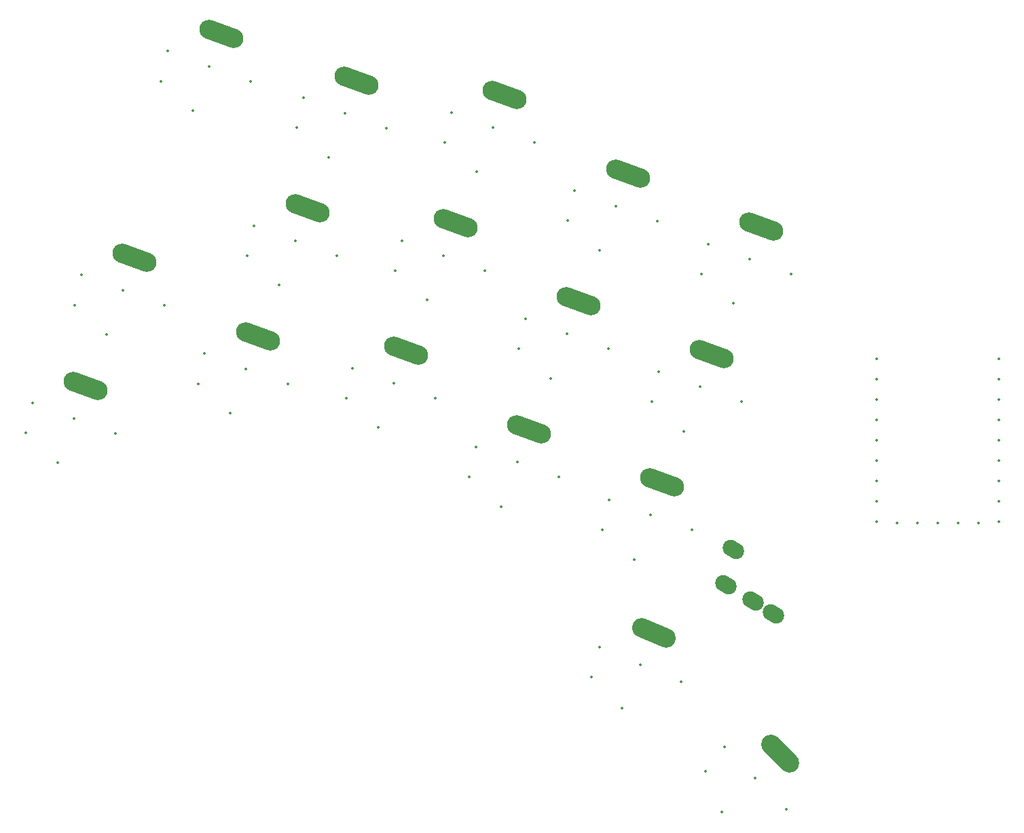
<source format=gbr>
%TF.GenerationSoftware,KiCad,Pcbnew,(6.0.11)*%
%TF.CreationDate,2024-04-13T23:11:29+09:00*%
%TF.ProjectId,haqua34_left-bottom-plate,68617175-6133-4345-9f6c-6566742d626f,rev?*%
%TF.SameCoordinates,Original*%
%TF.FileFunction,Copper,L1,Top*%
%TF.FilePolarity,Positive*%
%FSLAX46Y46*%
G04 Gerber Fmt 4.6, Leading zero omitted, Abs format (unit mm)*
G04 Created by KiCad (PCBNEW (6.0.11)) date 2024-04-13 23:11:29*
%MOMM*%
%LPD*%
G01*
G04 APERTURE LIST*
G04 Aperture macros list*
%AMHorizOval*
0 Thick line with rounded ends*
0 $1 width*
0 $2 $3 position (X,Y) of the first rounded end (center of the circle)*
0 $4 $5 position (X,Y) of the second rounded end (center of the circle)*
0 Add line between two ends*
20,1,$1,$2,$3,$4,$5,0*
0 Add two circle primitives to create the rounded ends*
1,1,$1,$2,$3*
1,1,$1,$4,$5*%
G04 Aperture macros list end*
%ADD10C,0.350000*%
%ADD11HorizOval,2.399999X-1.550493X0.564333X1.550493X-0.564333X0*%
%ADD12HorizOval,1.999999X-0.341056X0.208999X0.341056X-0.208999X0*%
%ADD13HorizOval,2.399999X-1.518833X0.644706X1.518833X-0.644706X0*%
%ADD14HorizOval,2.399999X-1.166726X1.166726X1.166726X-1.166726X0*%
G04 APERTURE END LIST*
D10*
X93031691Y-50718889D03*
D11*
X99676843Y-48542407D03*
D10*
X92201860Y-54460731D03*
X103368309Y-54481111D03*
X96182081Y-58144186D03*
X98200000Y-52600000D03*
X97331691Y-89293889D03*
X102500000Y-91175000D03*
D11*
X103976843Y-87117407D03*
D10*
X100482081Y-96719186D03*
X107668309Y-93056111D03*
X96501860Y-93035731D03*
D12*
X115281120Y-101948803D03*
X117839040Y-103516299D03*
X112786093Y-95493973D03*
X111870559Y-99858809D03*
D10*
X80832081Y-48344186D03*
X77681691Y-40918889D03*
X82850000Y-42800000D03*
X88018309Y-44681111D03*
D11*
X84326843Y-38742407D03*
D10*
X76851860Y-44660731D03*
X106312777Y-111999021D03*
D13*
X102937177Y-105875260D03*
D10*
X98944686Y-115280979D03*
X95162697Y-111394263D03*
X101250000Y-109850000D03*
X96187223Y-107700979D03*
D11*
X78176843Y-54742407D03*
D10*
X81868309Y-60681111D03*
X74682081Y-64344186D03*
X70701860Y-60660731D03*
X76700000Y-58800000D03*
X71531691Y-56918889D03*
D11*
X110151843Y-71117407D03*
D10*
X113843309Y-77056111D03*
X102676860Y-77035731D03*
X108675000Y-75175000D03*
X106657081Y-80719186D03*
X103506691Y-73293889D03*
X114825000Y-59225000D03*
X108826860Y-61085731D03*
X109656691Y-57343889D03*
D11*
X116301843Y-55167407D03*
D10*
X112807081Y-64769186D03*
X119993309Y-61106111D03*
X86906691Y-66693889D03*
D11*
X93551843Y-64517407D03*
D10*
X97243309Y-70456111D03*
X92075000Y-68575000D03*
X90057081Y-74119186D03*
X86076860Y-70435731D03*
X58225000Y-56950000D03*
X53056691Y-55068889D03*
X52226860Y-58810731D03*
X63393309Y-58831111D03*
X56207081Y-62494186D03*
D11*
X59701843Y-52892407D03*
D10*
X57243309Y-74806111D03*
X50057081Y-78469186D03*
X46076860Y-74785731D03*
X46906691Y-71043889D03*
X52075000Y-72925000D03*
D11*
X53551843Y-68867407D03*
D10*
X65356691Y-72843889D03*
X64526860Y-76585731D03*
D11*
X72001843Y-70667407D03*
D10*
X70525000Y-74725000D03*
X68507081Y-80269186D03*
X75693309Y-76606111D03*
X130659000Y-86905000D03*
X130659000Y-84365000D03*
X145899000Y-74205000D03*
X143359000Y-92188200D03*
X130659000Y-79285000D03*
X145899000Y-89445000D03*
X130659000Y-81825000D03*
X145899000Y-81825000D03*
X145899000Y-86905000D03*
X130659000Y-91985000D03*
X145899000Y-91985000D03*
X145899000Y-71665000D03*
X135739000Y-92188200D03*
X140819000Y-92188200D03*
X145899000Y-79285000D03*
X130659000Y-76745000D03*
X145899000Y-76745000D03*
X130659000Y-89445000D03*
X133199000Y-92188200D03*
X130659000Y-71665000D03*
X130659000Y-74205000D03*
X138279000Y-92188200D03*
X145899000Y-84365000D03*
X111403070Y-128221930D03*
X111685913Y-120160913D03*
X115575000Y-124050000D03*
X109352460Y-123201472D03*
X119464087Y-127939087D03*
D14*
X118628287Y-120996713D03*
D10*
X58401860Y-42860731D03*
X59231691Y-39118889D03*
X62382081Y-46544186D03*
X64400000Y-41000000D03*
X69568309Y-42881111D03*
D11*
X65876843Y-36942407D03*
D10*
X47473157Y-35175000D03*
X42304848Y-33293889D03*
X52641466Y-37056111D03*
X41475017Y-37035731D03*
D11*
X48950000Y-31117407D03*
D10*
X45455238Y-40719186D03*
X91068309Y-86456111D03*
X85900000Y-84575000D03*
X83882081Y-90119186D03*
X79901860Y-86435731D03*
D11*
X87376843Y-80517407D03*
D10*
X80731691Y-82693889D03*
X34682081Y-68644186D03*
X30701860Y-64960731D03*
X36700000Y-63100000D03*
D11*
X38176843Y-59042407D03*
D10*
X41868309Y-64981111D03*
X31531691Y-61218889D03*
X24601860Y-80960731D03*
X30600000Y-79100000D03*
X25431691Y-77218889D03*
X28582081Y-84644186D03*
X35768309Y-80981111D03*
D11*
X32076843Y-75042407D03*
M02*

</source>
